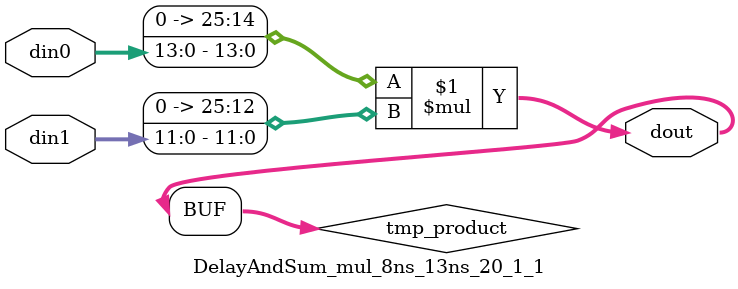
<source format=v>

`timescale 1 ns / 1 ps

 module DelayAndSum_mul_8ns_13ns_20_1_1(din0, din1, dout);
parameter ID = 1;
parameter NUM_STAGE = 0;
parameter din0_WIDTH = 14;
parameter din1_WIDTH = 12;
parameter dout_WIDTH = 26;

input [din0_WIDTH - 1 : 0] din0; 
input [din1_WIDTH - 1 : 0] din1; 
output [dout_WIDTH - 1 : 0] dout;

wire signed [dout_WIDTH - 1 : 0] tmp_product;
























assign tmp_product = $signed({1'b0, din0}) * $signed({1'b0, din1});











assign dout = tmp_product;





















endmodule

</source>
